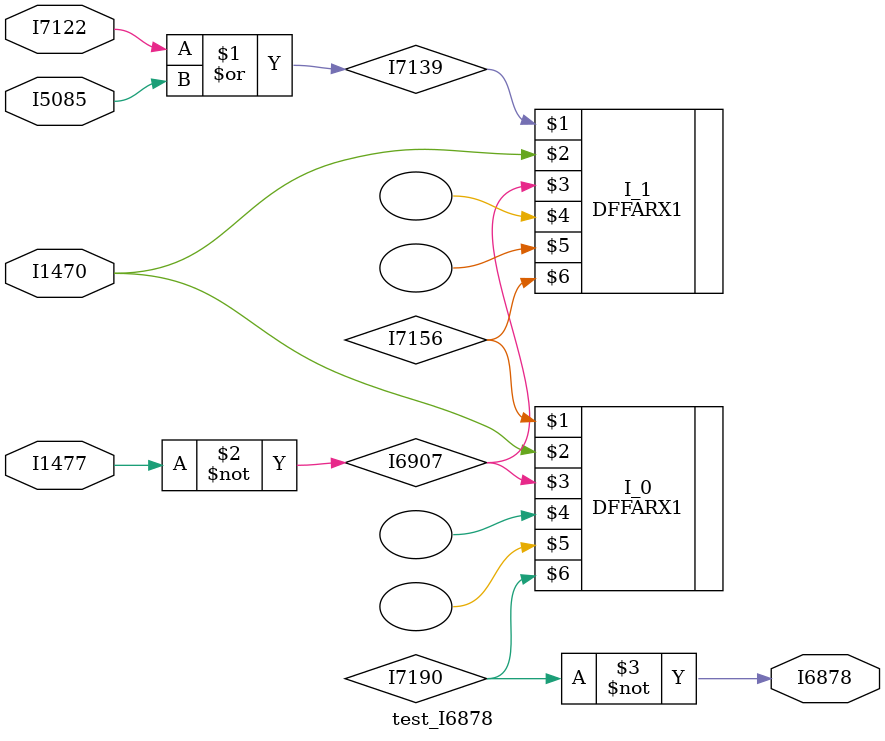
<source format=v>
module test_I6878(I7122,I5085,I1477,I1470,I6878);
input I7122,I5085,I1477,I1470;
output I6878;
wire I7190,I7156,I6907,I7139;
DFFARX1 I_0(I7156,I1470,I6907,,,I7190,);
DFFARX1 I_1(I7139,I1470,I6907,,,I7156,);
not I_2(I6907,I1477);
or I_3(I7139,I7122,I5085);
not I_4(I6878,I7190);
endmodule



</source>
